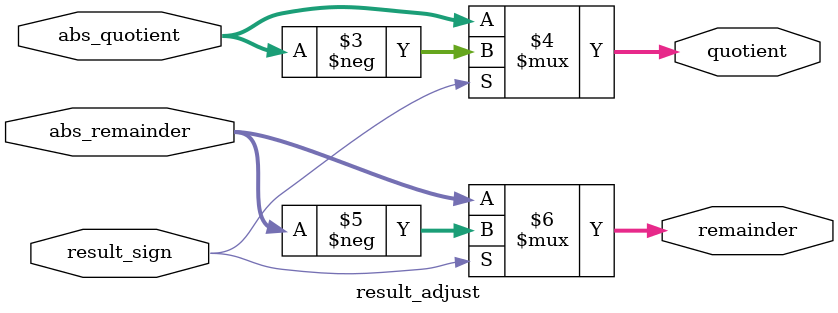
<source format=sv>
module signed_divider_8bit_negative (
    input signed [7:0] a,
    input signed [7:0] b,
    output signed [7:0] quotient,
    output signed [7:0] remainder
);

    wire [7:0] abs_a;
    wire [7:0] abs_b;
    wire [7:0] abs_quotient;
    wire [7:0] abs_remainder;
    wire sign_a;
    wire sign_b;
    wire result_sign;

    abs_sign_calc abs_sign_inst (
        .a(a),
        .b(b),
        .abs_a(abs_a),
        .abs_b(abs_b),
        .sign_a(sign_a),
        .sign_b(sign_b),
        .result_sign(result_sign)
    );

    binary_divider div_core_inst (
        .dividend(abs_a),
        .divisor(abs_b),
        .quotient(abs_quotient),
        .remainder(abs_remainder)
    );

    result_adjust result_adjust_inst (
        .abs_quotient(abs_quotient),
        .abs_remainder(abs_remainder),
        .result_sign(result_sign),
        .quotient(quotient),
        .remainder(remainder)
    );

endmodule

module abs_sign_calc (
    input signed [7:0] a,
    input signed [7:0] b,
    output reg [7:0] abs_a,
    output reg [7:0] abs_b,
    output reg sign_a,
    output reg sign_b,
    output reg result_sign
);

    always @(*) begin
        sign_a = a[7];
        sign_b = b[7];
        abs_a = sign_a ? -a : a;
        abs_b = sign_b ? -b : b;
        result_sign = sign_a ^ sign_b;
    end

endmodule

module binary_divider (
    input [7:0] dividend,
    input [7:0] divisor,
    output reg [7:0] quotient,
    output reg [7:0] remainder
);

    reg [7:0] temp_dividend;
    reg [7:0] temp_divisor;
    reg [7:0] temp_quotient;
    reg [7:0] temp_remainder;
    integer i;

    always @(*) begin
        temp_dividend = dividend;
        temp_divisor = divisor;
        temp_quotient = 8'b0;
        temp_remainder = 8'b0;

        for (i = 7; i >= 0; i = i - 1) begin
            temp_remainder = {temp_remainder[6:0], temp_dividend[i]};
            
            if (temp_remainder >= temp_divisor) begin
                temp_remainder = temp_remainder - temp_divisor;
                temp_quotient[i] = 1'b1;
            end
        end

        quotient = temp_quotient;
        remainder = temp_remainder;
    end

endmodule

module result_adjust (
    input [7:0] abs_quotient,
    input [7:0] abs_remainder,
    input result_sign,
    output reg signed [7:0] quotient,
    output reg signed [7:0] remainder
);

    always @(*) begin
        quotient = result_sign ? -abs_quotient : abs_quotient;
        remainder = result_sign ? -abs_remainder : abs_remainder;
    end

endmodule
</source>
